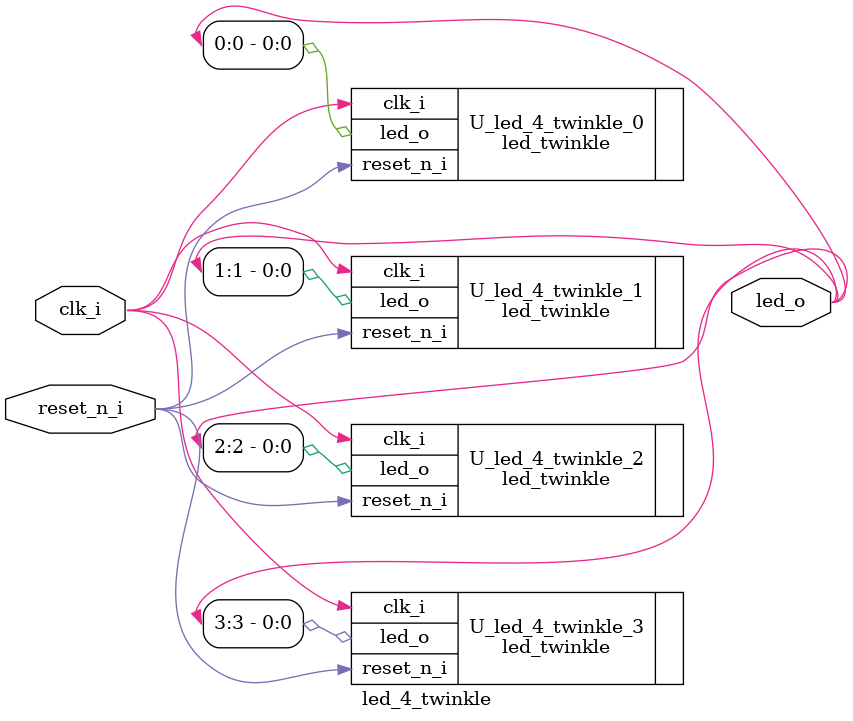
<source format=v>
module led_4_twinkle(
    clk_i,
    reset_n_i,
    led_o
    );
    
    input clk_i, reset_n_i;
    output[3:0] led_o;
     
    parameter MCNT0 = 25_000_000;
    parameter MCNT1 = 25_000_000/2;
    parameter MCNT2 = 25_000_000/4;
    parameter MCNT3 = 25_000_000/10;
    
    led_twinkle U_led_4_twinkle_0(
    .clk_i(clk_i),
    .reset_n_i(reset_n_i),
    .led_o(led_o[0])
    );
    defparam U_led_4_twinkle_0.MCNT = MCNT0; // 500ms
    
    led_twinkle U_led_4_twinkle_1(
    .clk_i(clk_i),
    .reset_n_i(reset_n_i),
    .led_o(led_o[1])
    );
    defparam U_led_4_twinkle_1.MCNT = MCNT1; // 250ms
    
    led_twinkle U_led_4_twinkle_2(
    .clk_i(clk_i),
    .reset_n_i(reset_n_i),
    .led_o(led_o[2])
    );
    defparam U_led_4_twinkle_2.MCNT = MCNT2; //125ms
    
    led_twinkle U_led_4_twinkle_3(
    .clk_i(clk_i),
    .reset_n_i(reset_n_i),
    .led_o(led_o[3])
    );
    defparam U_led_4_twinkle_3.MCNT = MCNT3; //50ms
    
endmodule

</source>
